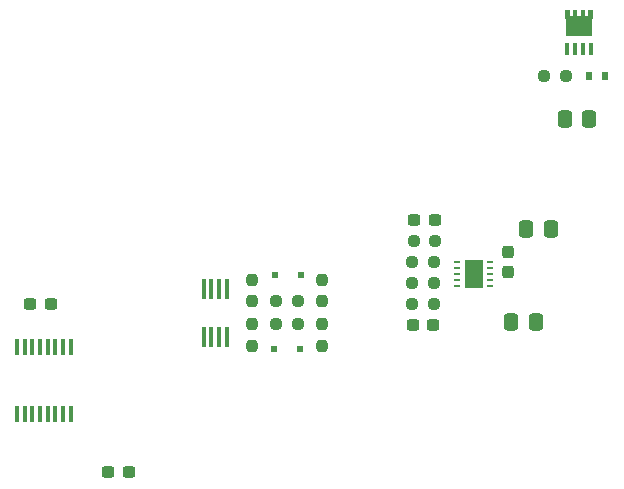
<source format=gbr>
%TF.GenerationSoftware,KiCad,Pcbnew,(6.0.8)*%
%TF.CreationDate,2022-11-04T20:36:36+01:00*%
%TF.ProjectId,Power_Meter,506f7765-725f-44d6-9574-65722e6b6963,rev?*%
%TF.SameCoordinates,Original*%
%TF.FileFunction,Paste,Bot*%
%TF.FilePolarity,Positive*%
%FSLAX46Y46*%
G04 Gerber Fmt 4.6, Leading zero omitted, Abs format (unit mm)*
G04 Created by KiCad (PCBNEW (6.0.8)) date 2022-11-04 20:36:36*
%MOMM*%
%LPD*%
G01*
G04 APERTURE LIST*
G04 Aperture macros list*
%AMRoundRect*
0 Rectangle with rounded corners*
0 $1 Rounding radius*
0 $2 $3 $4 $5 $6 $7 $8 $9 X,Y pos of 4 corners*
0 Add a 4 corners polygon primitive as box body*
4,1,4,$2,$3,$4,$5,$6,$7,$8,$9,$2,$3,0*
0 Add four circle primitives for the rounded corners*
1,1,$1+$1,$2,$3*
1,1,$1+$1,$4,$5*
1,1,$1+$1,$6,$7*
1,1,$1+$1,$8,$9*
0 Add four rect primitives between the rounded corners*
20,1,$1+$1,$2,$3,$4,$5,0*
20,1,$1+$1,$4,$5,$6,$7,0*
20,1,$1+$1,$6,$7,$8,$9,0*
20,1,$1+$1,$8,$9,$2,$3,0*%
%AMFreePoly0*
4,1,21,1.372500,0.787500,0.862500,0.787500,0.862500,0.532500,1.372500,0.532500,1.372500,0.127500,0.862500,0.127500,0.862500,-0.127500,1.372500,-0.127500,1.372500,-0.532500,0.862500,-0.532500,0.862500,-0.787500,1.372500,-0.787500,1.372500,-1.195000,0.612500,-1.195000,0.612500,-1.117500,-0.862500,-1.117500,-0.862500,1.117500,0.612500,1.117500,0.612500,1.195000,1.372500,1.195000,
1.372500,0.787500,1.372500,0.787500,$1*%
G04 Aperture macros list end*
%ADD10RoundRect,0.237500X0.250000X0.237500X-0.250000X0.237500X-0.250000X-0.237500X0.250000X-0.237500X0*%
%ADD11R,0.600000X0.700000*%
%ADD12RoundRect,0.250000X-0.337500X-0.475000X0.337500X-0.475000X0.337500X0.475000X-0.337500X0.475000X0*%
%ADD13RoundRect,0.250000X0.337500X0.475000X-0.337500X0.475000X-0.337500X-0.475000X0.337500X-0.475000X0*%
%ADD14FreePoly0,90.000000*%
%ADD15R,0.405000X0.990000*%
%ADD16RoundRect,0.237500X-0.300000X-0.237500X0.300000X-0.237500X0.300000X0.237500X-0.300000X0.237500X0*%
%ADD17R,0.584200X0.228600*%
%ADD18R,1.625600X2.393800*%
%ADD19RoundRect,0.237500X-0.237500X0.250000X-0.237500X-0.250000X0.237500X-0.250000X0.237500X0.250000X0*%
%ADD20RoundRect,0.237500X0.300000X0.237500X-0.300000X0.237500X-0.300000X-0.237500X0.300000X-0.237500X0*%
%ADD21RoundRect,0.237500X0.237500X-0.250000X0.237500X0.250000X-0.237500X0.250000X-0.237500X-0.250000X0*%
%ADD22RoundRect,0.237500X-0.250000X-0.237500X0.250000X-0.237500X0.250000X0.237500X-0.250000X0.237500X0*%
%ADD23R,0.500000X0.500000*%
%ADD24R,0.355600X1.473200*%
%ADD25R,0.431800X1.778000*%
%ADD26RoundRect,0.237500X0.237500X-0.300000X0.237500X0.300000X-0.237500X0.300000X-0.237500X-0.300000X0*%
G04 APERTURE END LIST*
D10*
%TO.C,R64*%
X124995000Y-94296000D03*
X123170000Y-94296000D03*
%TD*%
D11*
%TO.C,D9*%
X139514500Y-74992000D03*
X138114500Y-74992000D03*
%TD*%
D12*
%TO.C,C35*%
X136077952Y-78675000D03*
X138152952Y-78675000D03*
%TD*%
D13*
%TO.C,C25*%
X133605500Y-95820000D03*
X131530500Y-95820000D03*
%TD*%
D14*
%TO.C,Q1*%
X137267000Y-70751500D03*
D15*
X136277000Y-72744000D03*
X136937000Y-72744000D03*
X137597000Y-72744000D03*
X138257000Y-72744000D03*
%TD*%
D16*
%TO.C,C13*%
X97415500Y-108520000D03*
X99140500Y-108520000D03*
%TD*%
D17*
%TO.C,U8*%
X129777000Y-90755999D03*
X129777000Y-91255998D03*
X129777000Y-91756000D03*
X129777000Y-92255999D03*
X129777000Y-92756001D03*
X126977000Y-92756001D03*
X126977000Y-92256002D03*
X126977000Y-91756000D03*
X126977000Y-91256001D03*
X126977000Y-90755999D03*
D18*
X128377000Y-91756000D03*
%TD*%
D19*
%TO.C,R57*%
X115499200Y-96025100D03*
X115499200Y-97850100D03*
%TD*%
D20*
%TO.C,C27*%
X125048500Y-87184000D03*
X123323500Y-87184000D03*
%TD*%
D13*
%TO.C,C24*%
X134875500Y-87946000D03*
X132800500Y-87946000D03*
%TD*%
D16*
%TO.C,C28*%
X123220000Y-96074000D03*
X124945000Y-96074000D03*
%TD*%
D21*
%TO.C,R59*%
X109606400Y-94090900D03*
X109606400Y-92265900D03*
%TD*%
D22*
%TO.C,R62*%
X123273500Y-88962000D03*
X125098500Y-88962000D03*
%TD*%
%TO.C,R65*%
X123170000Y-90740000D03*
X124995000Y-90740000D03*
%TD*%
D20*
%TO.C,C16*%
X92536500Y-94296000D03*
X90811500Y-94296000D03*
%TD*%
D19*
%TO.C,R56*%
X109606400Y-96050500D03*
X109606400Y-97875500D03*
%TD*%
D10*
%TO.C,R58*%
X113465300Y-94092800D03*
X111640300Y-94092800D03*
%TD*%
D23*
%TO.C,D7*%
X113652800Y-98106000D03*
X111452800Y-98106000D03*
%TD*%
%TO.C,D8*%
X113703600Y-91857600D03*
X111503600Y-91857600D03*
%TD*%
D22*
%TO.C,R68*%
X134346000Y-74992000D03*
X136171000Y-74992000D03*
%TD*%
D24*
%TO.C,U3*%
X94237999Y-103605400D03*
X93588001Y-103605400D03*
X92937999Y-103605400D03*
X92288001Y-103605400D03*
X91638002Y-103605400D03*
X90988001Y-103605400D03*
X90338002Y-103605400D03*
X89688001Y-103605400D03*
X89688001Y-97966600D03*
X90337999Y-97966600D03*
X90988001Y-97966600D03*
X91637999Y-97966600D03*
X92287998Y-97966600D03*
X92937999Y-97966600D03*
X93587998Y-97966600D03*
X94237999Y-97966600D03*
%TD*%
D22*
%TO.C,R63*%
X123170000Y-92518000D03*
X124995000Y-92518000D03*
%TD*%
D21*
%TO.C,R60*%
X115499200Y-94090900D03*
X115499200Y-92265900D03*
%TD*%
D25*
%TO.C,U6*%
X105481801Y-93013300D03*
X106131799Y-93013300D03*
X106781801Y-93013300D03*
X107431799Y-93013300D03*
X107431799Y-97102700D03*
X106781801Y-97102700D03*
X106131799Y-97102700D03*
X105481801Y-97102700D03*
%TD*%
D10*
%TO.C,R55*%
X113465300Y-96023200D03*
X111640300Y-96023200D03*
%TD*%
D26*
%TO.C,C26*%
X131298000Y-91602500D03*
X131298000Y-89877500D03*
%TD*%
M02*

</source>
